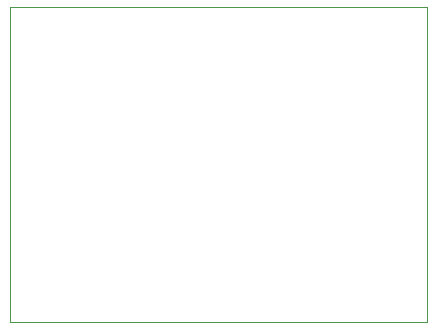
<source format=gtp>
G75*
%MOIN*%
%OFA0B0*%
%FSLAX25Y25*%
%IPPOS*%
%LPD*%
%AMOC8*
5,1,8,0,0,1.08239X$1,22.5*
%
%ADD10C,0.00000*%
D10*
X0001800Y0001800D02*
X0001800Y0106761D01*
X0140501Y0106761D01*
X0140501Y0001800D01*
X0001800Y0001800D01*
M02*

</source>
